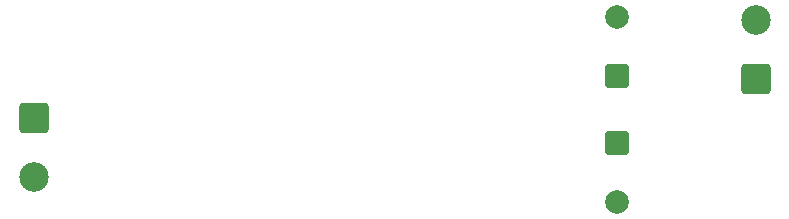
<source format=gbr>
%TF.GenerationSoftware,KiCad,Pcbnew,9.0.6*%
%TF.CreationDate,2026-01-21T08:09:24+01:00*%
%TF.ProjectId,Boost converter,426f6f73-7420-4636-9f6e-766572746572,rev?*%
%TF.SameCoordinates,Original*%
%TF.FileFunction,Soldermask,Bot*%
%TF.FilePolarity,Negative*%
%FSLAX46Y46*%
G04 Gerber Fmt 4.6, Leading zero omitted, Abs format (unit mm)*
G04 Created by KiCad (PCBNEW 9.0.6) date 2026-01-21 08:09:24*
%MOMM*%
%LPD*%
G01*
G04 APERTURE LIST*
G04 Aperture macros list*
%AMRoundRect*
0 Rectangle with rounded corners*
0 $1 Rounding radius*
0 $2 $3 $4 $5 $6 $7 $8 $9 X,Y pos of 4 corners*
0 Add a 4 corners polygon primitive as box body*
4,1,4,$2,$3,$4,$5,$6,$7,$8,$9,$2,$3,0*
0 Add four circle primitives for the rounded corners*
1,1,$1+$1,$2,$3*
1,1,$1+$1,$4,$5*
1,1,$1+$1,$6,$7*
1,1,$1+$1,$8,$9*
0 Add four rect primitives between the rounded corners*
20,1,$1+$1,$2,$3,$4,$5,0*
20,1,$1+$1,$4,$5,$6,$7,0*
20,1,$1+$1,$6,$7,$8,$9,0*
20,1,$1+$1,$8,$9,$2,$3,0*%
G04 Aperture macros list end*
%ADD10RoundRect,0.250000X1.000000X-1.000000X1.000000X1.000000X-1.000000X1.000000X-1.000000X-1.000000X0*%
%ADD11C,2.500000*%
%ADD12RoundRect,0.250000X0.750000X-0.750000X0.750000X0.750000X-0.750000X0.750000X-0.750000X-0.750000X0*%
%ADD13C,2.000000*%
%ADD14RoundRect,0.250000X-0.750000X0.750000X-0.750000X-0.750000X0.750000X-0.750000X0.750000X0.750000X0*%
%ADD15RoundRect,0.250000X-1.000000X1.000000X-1.000000X-1.000000X1.000000X-1.000000X1.000000X1.000000X0*%
G04 APERTURE END LIST*
D10*
%TO.C,J2*%
X207567500Y-134200000D03*
D11*
X207567500Y-129200000D03*
%TD*%
D12*
%TO.C,C9*%
X195800000Y-133900000D03*
D13*
X195800000Y-128900000D03*
%TD*%
D14*
%TO.C,C10*%
X195800000Y-139600000D03*
D13*
X195800000Y-144600000D03*
%TD*%
D15*
%TO.C,J1*%
X146432500Y-137500000D03*
D11*
X146432500Y-142500000D03*
%TD*%
M02*

</source>
